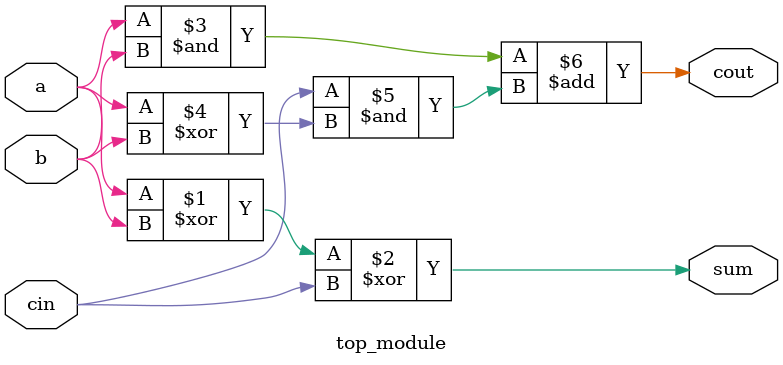
<source format=v>
module top_module( 
    input a, b, cin,
    output cout, sum );
    
    //full adder, similar to half adder but includes Cin as input	
    assign sum = a ^ b ^ cin;
    assign cout = (a & b) + (cin & (a ^ b));

endmodule

</source>
